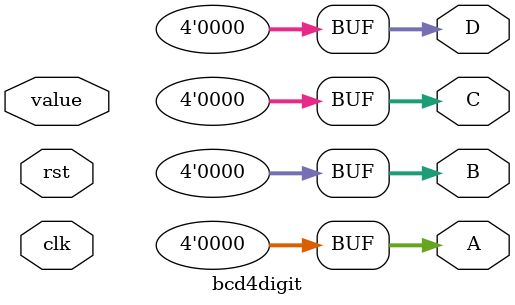
<source format=v>

module bcd4digit( A, B, C, D, clk, rst, value );

    output  reg [3:0]A;
    output  reg [3:0]B;
    output  reg [3:0]C;
    output  reg [3:0]D;
    
    input   clk;
    input   rst;
    
    input   [13:0]value;
    
    always @( rst ) begin
        
        A = 4'b0;
        B = 4'b0;
        C = 4'b0;
        D = 4'b0;
        
    end
    
    always @( posedge clk ) begin
        
        
        
    end

endmodule

</source>
